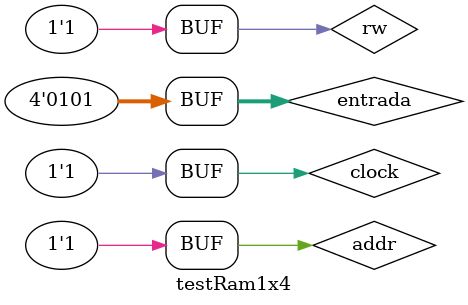
<source format=v>

module jkff(q,q1,j,k,c);
output q,q1;
input j,k,c;
reg q,q1;
initial begin q=1'b0; q1=1'b1; end
always @ (posedge c)
  begin
	case({j,k})
		 {1'b0,1'b0}:begin q=q; q1=q1; end
		 {1'b0,1'b1}: begin q=1'b0; q1=1'b1; end
		 {1'b1,1'b0}:begin q=1'b1; q1=1'b0; end
		 {1'b1,1'b1}: begin q=~q; q1=~q1; end
	endcase
   end
endmodule

module ram1x4(output[3:0] saida, input[3:0] ent, input clk, input rw, input addr);
	wire a1, a2, a3,s0, s1, s2, n0, n1, n2, n3, rw1;
	not(n0, ent[0]);
	not(n1, ent[1]);
	not(n2, ent[2]);
	not(n3, ent[3]);
	
	and(a1, clk, rw);
	and(a2, a1, addr);
	
	jkff JK0(s0,, ent[0], n0, a2);
	jkff JK1(s1,, ent[1], n1, a2);
	jkff JK2(s2,, ent[2], n2, a2);
	jkff JK3(s3,, ent[3], n3, a2);
	
	and(saida[0], addr, s0);
	and(saida[1], addr, s1);
	and(saida[2], addr, s2);
	and(saida[3], addr, s3);
endmodule

module testRam1x4;
	reg[3:0] entrada;
	reg clock, rw, addr;
	wire[3:0] saida;

	ram1x4 RAM1X4(saida, entrada, clock, rw, addr);
	
	initial begin
		$display("Exercicio01 - Átila Martins Silva Júnior - 449014");
		
		clock = 0; rw = 0; addr = 0; entrada = 4'b0000;
		
		$monitor("input: %b addr: %b rw: %b output: %b",entrada,addr,rw,saida);
		#4entrada = 4'b1111; 
		#4rw = 1; addr = 1; clock = 1;
		#4entrada = 4'b0101; 
		#4clock = 0;
		#4rw = 1; addr = 1; clock = 1;
		
		
		
	end
endmodule
</source>
